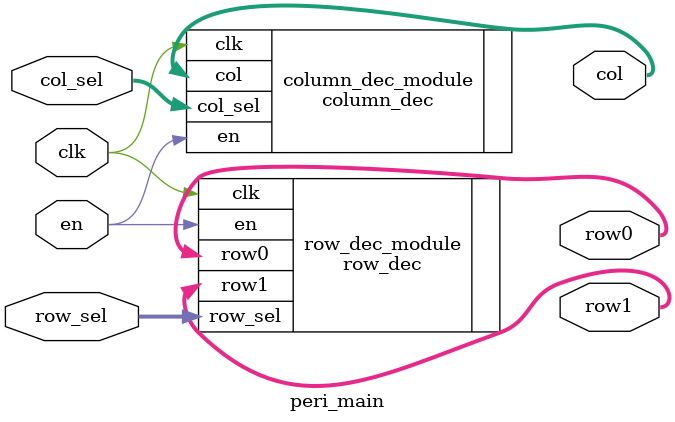
<source format=sv>
`timescale 1ns / 1ps
module peri_main(
	input logic clk, en,
	input logic [$clog2(COL_NO)-1:0] col_sel,
	input logic [$clog2(PAIR_ROW_NO)-1:0] row_sel,
	output logic [COL_NO-1:0] col,
	output logic [PAIR_ROW_NO-1:0] row0, row1);

localparam COL_NO = 128;
localparam PAIR_ROW_NO = 64;

column_dec #(.COL_NO(COL_NO))
	column_dec_module (
		.clk(clk),
		.en(en),
		.col_sel(col_sel),
		.col(col));

row_dec #(.ROW_NO(PAIR_ROW_NO))
	row_dec_module (
		.clk(clk),
		.en(en),
		.row_sel(row_sel),
		.row0(row0),
		.row1(row1));

endmodule

</source>
